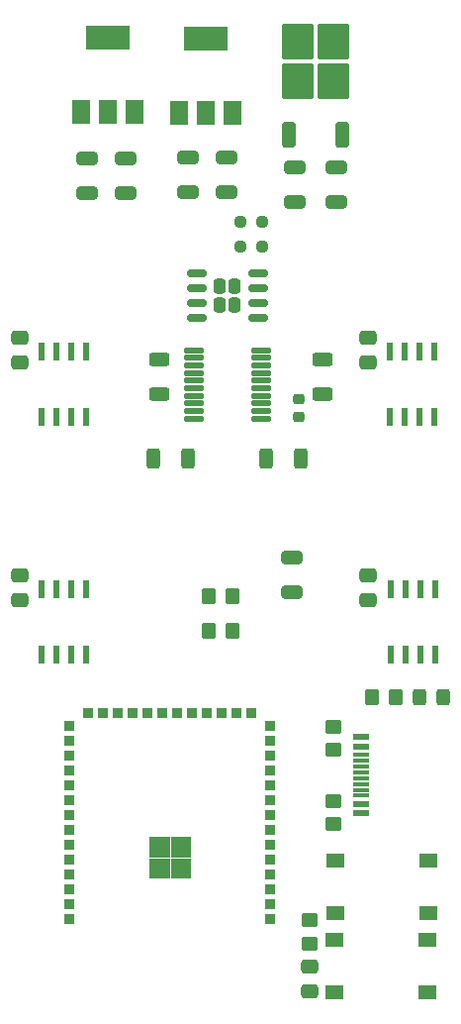
<source format=gtp>
G04 #@! TF.GenerationSoftware,KiCad,Pcbnew,(7.0.0)*
G04 #@! TF.CreationDate,2023-09-25T00:06:07+02:00*
G04 #@! TF.ProjectId,FC Control board 1.0,46432043-6f6e-4747-926f-6c20626f6172,rev?*
G04 #@! TF.SameCoordinates,Original*
G04 #@! TF.FileFunction,Paste,Top*
G04 #@! TF.FilePolarity,Positive*
%FSLAX46Y46*%
G04 Gerber Fmt 4.6, Leading zero omitted, Abs format (unit mm)*
G04 Created by KiCad (PCBNEW (7.0.0)) date 2023-09-25 00:06:07*
%MOMM*%
%LPD*%
G01*
G04 APERTURE LIST*
G04 Aperture macros list*
%AMRoundRect*
0 Rectangle with rounded corners*
0 $1 Rounding radius*
0 $2 $3 $4 $5 $6 $7 $8 $9 X,Y pos of 4 corners*
0 Add a 4 corners polygon primitive as box body*
4,1,4,$2,$3,$4,$5,$6,$7,$8,$9,$2,$3,0*
0 Add four circle primitives for the rounded corners*
1,1,$1+$1,$2,$3*
1,1,$1+$1,$4,$5*
1,1,$1+$1,$6,$7*
1,1,$1+$1,$8,$9*
0 Add four rect primitives between the rounded corners*
20,1,$1+$1,$2,$3,$4,$5,0*
20,1,$1+$1,$4,$5,$6,$7,0*
20,1,$1+$1,$6,$7,$8,$9,0*
20,1,$1+$1,$8,$9,$2,$3,0*%
G04 Aperture macros list end*
%ADD10C,0.100000*%
%ADD11RoundRect,0.250000X0.650000X-0.325000X0.650000X0.325000X-0.650000X0.325000X-0.650000X-0.325000X0*%
%ADD12RoundRect,0.250000X-0.650000X0.325000X-0.650000X-0.325000X0.650000X-0.325000X0.650000X0.325000X0*%
%ADD13RoundRect,0.250000X0.475000X-0.337500X0.475000X0.337500X-0.475000X0.337500X-0.475000X-0.337500X0*%
%ADD14RoundRect,0.250000X-0.475000X0.337500X-0.475000X-0.337500X0.475000X-0.337500X0.475000X0.337500X0*%
%ADD15R,1.500000X2.000000*%
%ADD16R,3.800000X2.000000*%
%ADD17RoundRect,0.250000X0.350000X-0.850000X0.350000X0.850000X-0.350000X0.850000X-0.350000X-0.850000X0*%
%ADD18RoundRect,0.250000X1.125000X-1.275000X1.125000X1.275000X-1.125000X1.275000X-1.125000X-1.275000X0*%
%ADD19R,0.600000X1.650000*%
%ADD20RoundRect,0.250000X-0.450000X0.350000X-0.450000X-0.350000X0.450000X-0.350000X0.450000X0.350000X0*%
%ADD21RoundRect,0.250000X-0.325000X-0.450000X0.325000X-0.450000X0.325000X0.450000X-0.325000X0.450000X0*%
%ADD22RoundRect,0.250000X0.255000X0.395000X-0.255000X0.395000X-0.255000X-0.395000X0.255000X-0.395000X0*%
%ADD23RoundRect,0.150000X0.662500X0.150000X-0.662500X0.150000X-0.662500X-0.150000X0.662500X-0.150000X0*%
%ADD24RoundRect,0.250000X0.450000X-0.350000X0.450000X0.350000X-0.450000X0.350000X-0.450000X-0.350000X0*%
%ADD25RoundRect,0.020500X0.764500X0.184500X-0.764500X0.184500X-0.764500X-0.184500X0.764500X-0.184500X0*%
%ADD26RoundRect,0.250000X-0.350000X-0.450000X0.350000X-0.450000X0.350000X0.450000X-0.350000X0.450000X0*%
%ADD27R,1.550000X1.300000*%
%ADD28RoundRect,0.250000X0.625000X-0.312500X0.625000X0.312500X-0.625000X0.312500X-0.625000X-0.312500X0*%
%ADD29R,0.838200X0.889000*%
%ADD30R,0.889000X0.838200*%
%ADD31R,1.450000X0.600000*%
%ADD32R,1.450000X0.300000*%
%ADD33RoundRect,0.237500X0.250000X0.237500X-0.250000X0.237500X-0.250000X-0.237500X0.250000X-0.237500X0*%
%ADD34RoundRect,0.225000X0.250000X-0.225000X0.250000X0.225000X-0.250000X0.225000X-0.250000X-0.225000X0*%
%ADD35RoundRect,0.250000X0.312500X0.625000X-0.312500X0.625000X-0.312500X-0.625000X0.312500X-0.625000X0*%
%ADD36RoundRect,0.250000X-0.312500X-0.625000X0.312500X-0.625000X0.312500X0.625000X-0.312500X0.625000X0*%
G04 APERTURE END LIST*
G36*
X203822200Y-186484200D02*
G01*
X202168000Y-186484200D01*
X202168000Y-184830000D01*
X203822200Y-184830000D01*
X203822200Y-186484200D01*
G37*
D10*
X203822200Y-186484200D02*
X202168000Y-186484200D01*
X202168000Y-184830000D01*
X203822200Y-184830000D01*
X203822200Y-186484200D01*
G36*
X203822200Y-184630000D02*
G01*
X202168000Y-184630000D01*
X202168000Y-182975800D01*
X203822200Y-182975800D01*
X203822200Y-184630000D01*
G37*
X203822200Y-184630000D02*
X202168000Y-184630000D01*
X202168000Y-182975800D01*
X203822200Y-182975800D01*
X203822200Y-184630000D01*
G36*
X201968000Y-186484200D02*
G01*
X200313800Y-186484200D01*
X200313800Y-184830000D01*
X201968000Y-184830000D01*
X201968000Y-186484200D01*
G37*
X201968000Y-186484200D02*
X200313800Y-186484200D01*
X200313800Y-184830000D01*
X201968000Y-184830000D01*
X201968000Y-186484200D01*
G36*
X201968000Y-184630000D02*
G01*
X200313800Y-184630000D01*
X200313800Y-182975800D01*
X201968000Y-182975800D01*
X201968000Y-184630000D01*
G37*
X201968000Y-184630000D02*
X200313800Y-184630000D01*
X200313800Y-182975800D01*
X201968000Y-182975800D01*
X201968000Y-184630000D01*
D11*
X194956000Y-127937000D03*
X194956000Y-124987000D03*
D12*
X212482000Y-159125000D03*
X212482000Y-162075000D03*
D13*
X214006000Y-196160000D03*
X214006000Y-194085000D03*
D14*
X189190000Y-140345000D03*
X189190000Y-142420000D03*
D15*
X194433999Y-120975999D03*
X196733999Y-120975999D03*
D16*
X196733999Y-114675999D03*
D15*
X199033999Y-120975999D03*
D17*
X212234000Y-122968000D03*
D18*
X212989000Y-118343000D03*
X216039000Y-118343000D03*
X212989000Y-114993000D03*
X216039000Y-114993000D03*
D17*
X216794000Y-122968000D03*
D19*
X191094999Y-167423499D03*
X192364999Y-167423499D03*
X193634999Y-167423499D03*
X194904999Y-167423499D03*
X194904999Y-161823499D03*
X193634999Y-161823499D03*
X192364999Y-161823499D03*
X191094999Y-161823499D03*
D20*
X216038000Y-179889000D03*
X216038000Y-181889000D03*
D21*
X223395000Y-171014000D03*
X225445000Y-171014000D03*
D11*
X198306000Y-127937000D03*
X198306000Y-124987000D03*
X212735000Y-128708000D03*
X212735000Y-125758000D03*
D22*
X207600000Y-137486000D03*
X207600000Y-135886000D03*
X206340000Y-137486000D03*
X206340000Y-135886000D03*
D23*
X209607500Y-138591000D03*
X209607500Y-137321000D03*
X209607500Y-136051000D03*
X209607500Y-134781000D03*
X204332500Y-134781000D03*
X204332500Y-136051000D03*
X204332500Y-137321000D03*
X204332500Y-138591000D03*
D19*
X220939999Y-167423499D03*
X222209999Y-167423499D03*
X223479999Y-167423499D03*
X224749999Y-167423499D03*
X224749999Y-161823499D03*
X223479999Y-161823499D03*
X222209999Y-161823499D03*
X220939999Y-161823499D03*
D24*
X216038000Y-175539000D03*
X216038000Y-173539000D03*
D25*
X209840000Y-147231000D03*
X209840000Y-146581000D03*
X209840000Y-145931000D03*
X209840000Y-145281000D03*
X209840000Y-144631000D03*
X209840000Y-143981000D03*
X209840000Y-143331000D03*
X209840000Y-142681000D03*
X209840000Y-142031000D03*
X209840000Y-141381000D03*
X204100000Y-141381000D03*
X204100000Y-142031000D03*
X204100000Y-142681000D03*
X204100000Y-143331000D03*
X204100000Y-143981000D03*
X204100000Y-144631000D03*
X204100000Y-145281000D03*
X204100000Y-145931000D03*
X204100000Y-146581000D03*
X204100000Y-147231000D03*
D24*
X214006000Y-192096000D03*
X214006000Y-190096000D03*
D26*
X219356000Y-171014000D03*
X221356000Y-171014000D03*
D19*
X191094999Y-147103499D03*
X192364999Y-147103499D03*
X193634999Y-147103499D03*
X194904999Y-147103499D03*
X194904999Y-141503499D03*
X193634999Y-141503499D03*
X192364999Y-141503499D03*
X191094999Y-141503499D03*
D27*
X216215999Y-184983999D03*
X224165999Y-184983999D03*
X216215999Y-189483999D03*
X224165999Y-189483999D03*
D28*
X215098000Y-145123484D03*
X215098000Y-142198484D03*
D26*
X205386000Y-162378000D03*
X207386000Y-162378000D03*
D29*
X210648899Y-189983699D03*
X210648899Y-188713699D03*
X210648899Y-187443699D03*
X210648899Y-186173699D03*
X210648899Y-184903699D03*
X210648899Y-183633699D03*
X210648899Y-182363699D03*
X210648899Y-181093699D03*
X210648899Y-179823699D03*
X210648899Y-178553699D03*
X210648899Y-177283699D03*
X210648899Y-176013699D03*
X210648899Y-174743699D03*
X210648899Y-173473699D03*
D30*
X209052999Y-172399099D03*
X207782999Y-172399099D03*
X206512999Y-172399099D03*
X205242999Y-172399099D03*
X203972999Y-172399099D03*
X202702999Y-172399099D03*
X201432999Y-172399099D03*
X200162999Y-172399099D03*
X198892999Y-172399099D03*
X197622999Y-172399099D03*
X196352999Y-172399099D03*
X195082999Y-172399099D03*
D29*
X193487099Y-173473699D03*
X193487099Y-174743699D03*
X193487099Y-176013699D03*
X193487099Y-177283699D03*
X193487099Y-178553699D03*
X193487099Y-179823699D03*
X193487099Y-181093699D03*
X193487099Y-182363699D03*
X193487099Y-183633699D03*
X193487099Y-184903699D03*
X193487099Y-186173699D03*
X193487099Y-187443699D03*
X193487099Y-188713699D03*
X193487099Y-189983699D03*
D15*
X202815999Y-121077999D03*
X205115999Y-121077999D03*
D16*
X205115999Y-114777999D03*
D15*
X207415999Y-121077999D03*
D31*
X218402999Y-180963999D03*
X218402999Y-180163999D03*
D32*
X218402999Y-178963999D03*
X218402999Y-177963999D03*
X218402999Y-177463999D03*
X218402999Y-176463999D03*
D31*
X218402999Y-175263999D03*
X218402999Y-174463999D03*
X218402999Y-174463999D03*
X218402999Y-175263999D03*
D32*
X218402999Y-175963999D03*
X218402999Y-176963999D03*
X218402999Y-178463999D03*
X218402999Y-179463999D03*
D31*
X218402999Y-180163999D03*
X218402999Y-180963999D03*
D11*
X206894000Y-127888000D03*
X206894000Y-124938000D03*
D33*
X209961965Y-132553246D03*
X208136965Y-132553246D03*
D14*
X219013599Y-142420000D03*
X219013599Y-140345000D03*
D34*
X213066000Y-147113000D03*
X213066000Y-145563000D03*
D33*
X209948764Y-130441271D03*
X208123764Y-130441271D03*
D14*
X189190000Y-160665000D03*
X189190000Y-162740000D03*
D27*
X216126999Y-191743633D03*
X224076999Y-191743633D03*
X216126999Y-196243633D03*
X224076999Y-196243633D03*
D19*
X220918598Y-141503499D03*
X222188598Y-141503499D03*
X223458598Y-141503499D03*
X224728598Y-141503499D03*
X224728598Y-147103499D03*
X223458598Y-147103499D03*
X222188598Y-147103499D03*
X220918598Y-147103499D03*
D11*
X216291000Y-128708000D03*
X216291000Y-125758000D03*
D35*
X213258500Y-150656000D03*
X210333500Y-150656000D03*
D28*
X201128000Y-145123484D03*
X201128000Y-142198484D03*
D36*
X200681500Y-150656000D03*
X203606500Y-150656000D03*
D14*
X219035000Y-160665000D03*
X219035000Y-162740000D03*
D26*
X205386000Y-165328000D03*
X207386000Y-165328000D03*
D11*
X203592000Y-127888000D03*
X203592000Y-124938000D03*
M02*

</source>
